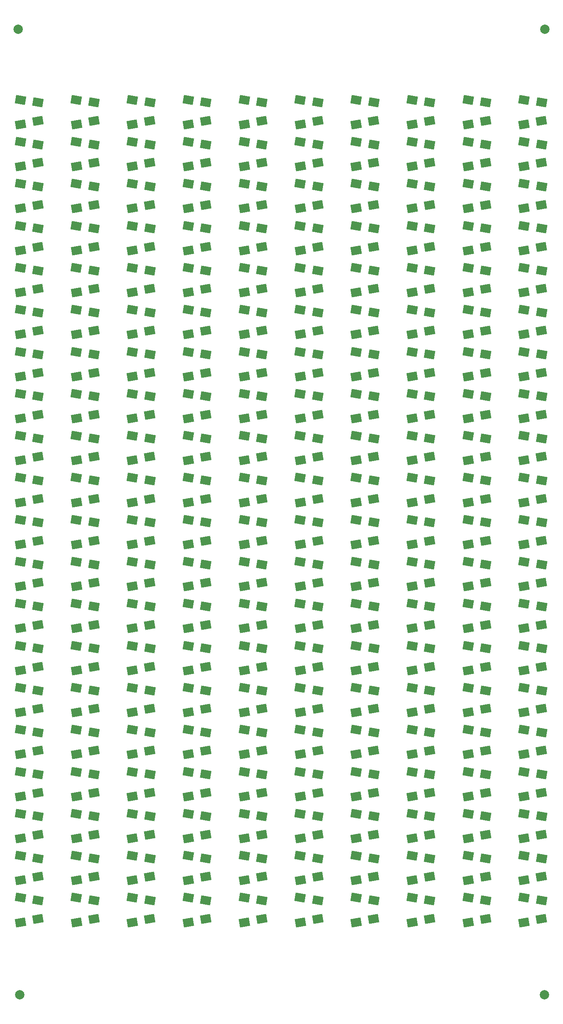
<source format=gtp>
G04*
G04 #@! TF.GenerationSoftware,Altium Limited,Altium Designer,18.1.7 (191)*
G04*
G04 Layer_Color=8421504*
%FSLAX44Y44*%
%MOMM*%
G71*
G01*
G75*
G04:AMPARAMS|DCode=11|XSize=2.2mm|YSize=1.8mm|CornerRadius=0mm|HoleSize=0mm|Usage=FLASHONLY|Rotation=10.000|XOffset=0mm|YOffset=0mm|HoleType=Round|Shape=Rectangle|*
%AMROTATEDRECTD11*
4,1,4,-0.9270,-1.0773,-1.2396,0.6953,0.9270,1.0773,1.2396,-0.6953,-0.9270,-1.0773,0.0*
%
%ADD11ROTATEDRECTD11*%

G04:AMPARAMS|DCode=12|XSize=2.2mm|YSize=1.8mm|CornerRadius=0mm|HoleSize=0mm|Usage=FLASHONLY|Rotation=170.000|XOffset=0mm|YOffset=0mm|HoleType=Round|Shape=Rectangle|*
%AMROTATEDRECTD12*
4,1,4,1.2396,0.6953,0.9270,-1.0773,-1.2396,-0.6953,-0.9270,1.0773,1.2396,0.6953,0.0*
%
%ADD12ROTATEDRECTD12*%

%ADD17C,2.0000*%
D11*
X1131462Y1525716D02*
D03*
X1168711Y1533299D02*
D03*
X1131462Y1615716D02*
D03*
X1168711Y1623299D02*
D03*
X1131462Y1705716D02*
D03*
X1168711Y1713299D02*
D03*
X1131462Y1885716D02*
D03*
X1168711Y1893299D02*
D03*
X1131462Y1795716D02*
D03*
X1168711Y1803299D02*
D03*
Y1353299D02*
D03*
X1131462Y1345716D02*
D03*
X1168711Y1443299D02*
D03*
X1131462Y1435716D02*
D03*
X1168711Y723299D02*
D03*
X1131462Y715716D02*
D03*
X1168711Y543299D02*
D03*
X1131462Y535716D02*
D03*
X1168711Y453299D02*
D03*
X1131462Y445716D02*
D03*
X1168711Y363299D02*
D03*
X1131462Y355716D02*
D03*
X1168711Y273299D02*
D03*
X1131462Y265716D02*
D03*
X1168711Y183299D02*
D03*
X1131462Y175716D02*
D03*
X1168711Y633299D02*
D03*
X1131462Y625716D02*
D03*
X1168711Y813299D02*
D03*
X1131462Y805716D02*
D03*
X1168711Y903299D02*
D03*
X1131462Y895716D02*
D03*
X1168711Y993299D02*
D03*
X1131462Y985716D02*
D03*
X1168711Y1263299D02*
D03*
X1131462Y1255716D02*
D03*
X1168711Y1173299D02*
D03*
X1131462Y1165716D02*
D03*
X1168711Y1083299D02*
D03*
X1131462Y1075716D02*
D03*
X1011462Y1525716D02*
D03*
X1048711Y1533299D02*
D03*
X1011462Y1615716D02*
D03*
X1048711Y1623299D02*
D03*
X1011462Y1705716D02*
D03*
X1048711Y1713299D02*
D03*
X1011462Y1885716D02*
D03*
X1048711Y1893299D02*
D03*
X1011462Y1795716D02*
D03*
X1048711Y1803299D02*
D03*
Y1353299D02*
D03*
X1011462Y1345716D02*
D03*
X1048711Y1443299D02*
D03*
X1011462Y1435716D02*
D03*
X1048711Y723299D02*
D03*
X1011462Y715716D02*
D03*
X1048711Y543299D02*
D03*
X1011462Y535716D02*
D03*
X1048711Y453299D02*
D03*
X1011462Y445716D02*
D03*
X1048711Y363299D02*
D03*
X1011462Y355716D02*
D03*
X1048711Y273299D02*
D03*
X1011462Y265716D02*
D03*
X1048711Y183299D02*
D03*
X1011462Y175716D02*
D03*
X1048711Y633299D02*
D03*
X1011462Y625716D02*
D03*
X1048711Y813299D02*
D03*
X1011462Y805716D02*
D03*
X1048711Y903299D02*
D03*
X1011462Y895716D02*
D03*
X1048711Y993299D02*
D03*
X1011462Y985716D02*
D03*
X1048711Y1263299D02*
D03*
X1011462Y1255716D02*
D03*
X1048711Y1173299D02*
D03*
X1011462Y1165716D02*
D03*
X1048711Y1083299D02*
D03*
X1011462Y1075716D02*
D03*
X891462Y1525716D02*
D03*
X928711Y1533299D02*
D03*
X891462Y1615716D02*
D03*
X928711Y1623299D02*
D03*
X891462Y1705716D02*
D03*
X928711Y1713299D02*
D03*
X891462Y1885716D02*
D03*
X928711Y1893299D02*
D03*
X891462Y1795716D02*
D03*
X928711Y1803299D02*
D03*
Y1353299D02*
D03*
X891462Y1345716D02*
D03*
X928711Y1443299D02*
D03*
X891462Y1435716D02*
D03*
X928711Y723299D02*
D03*
X891462Y715716D02*
D03*
X928711Y543299D02*
D03*
X891462Y535716D02*
D03*
X928711Y453299D02*
D03*
X891462Y445716D02*
D03*
X928711Y363299D02*
D03*
X891462Y355716D02*
D03*
X928711Y273299D02*
D03*
X891462Y265716D02*
D03*
X928711Y183299D02*
D03*
X891462Y175716D02*
D03*
X928711Y633299D02*
D03*
X891462Y625716D02*
D03*
X928711Y813299D02*
D03*
X891462Y805716D02*
D03*
X928711Y903299D02*
D03*
X891462Y895716D02*
D03*
X928711Y993299D02*
D03*
X891462Y985716D02*
D03*
X928711Y1263299D02*
D03*
X891462Y1255716D02*
D03*
X928711Y1173299D02*
D03*
X891462Y1165716D02*
D03*
X928711Y1083299D02*
D03*
X891462Y1075716D02*
D03*
X771462Y1525716D02*
D03*
X808711Y1533299D02*
D03*
X771462Y1615716D02*
D03*
X808711Y1623299D02*
D03*
X771462Y1705716D02*
D03*
X808711Y1713299D02*
D03*
X771462Y1885716D02*
D03*
X808711Y1893299D02*
D03*
X771462Y1795716D02*
D03*
X808711Y1803299D02*
D03*
Y1353299D02*
D03*
X771462Y1345716D02*
D03*
X808711Y1443299D02*
D03*
X771462Y1435716D02*
D03*
X808711Y723299D02*
D03*
X771462Y715716D02*
D03*
X808711Y543299D02*
D03*
X771462Y535716D02*
D03*
X808711Y453299D02*
D03*
X771462Y445716D02*
D03*
X808711Y363299D02*
D03*
X771462Y355716D02*
D03*
X808711Y273299D02*
D03*
X771462Y265716D02*
D03*
X808711Y183299D02*
D03*
X771462Y175716D02*
D03*
X808711Y633299D02*
D03*
X771462Y625716D02*
D03*
X808711Y813299D02*
D03*
X771462Y805716D02*
D03*
X808711Y903299D02*
D03*
X771462Y895716D02*
D03*
X808711Y993299D02*
D03*
X771462Y985716D02*
D03*
X808711Y1263299D02*
D03*
X771462Y1255716D02*
D03*
X808711Y1173299D02*
D03*
X771462Y1165716D02*
D03*
X808711Y1083299D02*
D03*
X771462Y1075716D02*
D03*
X651462Y1525716D02*
D03*
X688711Y1533299D02*
D03*
X651462Y1615716D02*
D03*
X688711Y1623299D02*
D03*
X651462Y1705716D02*
D03*
X688711Y1713299D02*
D03*
X651462Y1885716D02*
D03*
X688711Y1893299D02*
D03*
X651462Y1795716D02*
D03*
X688711Y1803299D02*
D03*
Y1353299D02*
D03*
X651462Y1345716D02*
D03*
X688711Y1443299D02*
D03*
X651462Y1435716D02*
D03*
X688711Y723299D02*
D03*
X651462Y715716D02*
D03*
X688711Y543299D02*
D03*
X651462Y535716D02*
D03*
X688711Y453299D02*
D03*
X651462Y445716D02*
D03*
X688711Y363299D02*
D03*
X651462Y355716D02*
D03*
X688711Y273299D02*
D03*
X651462Y265716D02*
D03*
X688711Y183299D02*
D03*
X651462Y175716D02*
D03*
X688711Y633299D02*
D03*
X651462Y625716D02*
D03*
X688711Y813299D02*
D03*
X651462Y805716D02*
D03*
X688711Y903299D02*
D03*
X651462Y895716D02*
D03*
X688711Y993299D02*
D03*
X651462Y985716D02*
D03*
X688711Y1263299D02*
D03*
X651462Y1255716D02*
D03*
X688711Y1173299D02*
D03*
X651462Y1165716D02*
D03*
X688711Y1083299D02*
D03*
X651462Y1075716D02*
D03*
X531462Y1525716D02*
D03*
X568711Y1533299D02*
D03*
X531462Y1615716D02*
D03*
X568711Y1623299D02*
D03*
X531462Y1705716D02*
D03*
X568711Y1713299D02*
D03*
X531462Y1885716D02*
D03*
X568711Y1893299D02*
D03*
X531462Y1795716D02*
D03*
X568711Y1803299D02*
D03*
Y1353299D02*
D03*
X531462Y1345716D02*
D03*
X568711Y1443299D02*
D03*
X531462Y1435716D02*
D03*
X568711Y723299D02*
D03*
X531462Y715716D02*
D03*
X568711Y543299D02*
D03*
X531462Y535716D02*
D03*
X568711Y453299D02*
D03*
X531462Y445716D02*
D03*
X568711Y363299D02*
D03*
X531462Y355716D02*
D03*
X568711Y273299D02*
D03*
X531462Y265716D02*
D03*
X568711Y183299D02*
D03*
X531462Y175716D02*
D03*
X568711Y633299D02*
D03*
X531462Y625716D02*
D03*
X568711Y813299D02*
D03*
X531462Y805716D02*
D03*
X568711Y903299D02*
D03*
X531462Y895716D02*
D03*
X568711Y993299D02*
D03*
X531462Y985716D02*
D03*
X568711Y1263299D02*
D03*
X531462Y1255716D02*
D03*
X568711Y1173299D02*
D03*
X531462Y1165716D02*
D03*
X568711Y1083299D02*
D03*
X531462Y1075716D02*
D03*
X411462Y1525716D02*
D03*
X448711Y1533299D02*
D03*
X411462Y1615716D02*
D03*
X448711Y1623299D02*
D03*
X411462Y1705716D02*
D03*
X448711Y1713299D02*
D03*
X411462Y1885716D02*
D03*
X448711Y1893299D02*
D03*
X411462Y1795716D02*
D03*
X448711Y1803299D02*
D03*
Y1353299D02*
D03*
X411462Y1345716D02*
D03*
X448711Y1443299D02*
D03*
X411462Y1435716D02*
D03*
X448711Y723299D02*
D03*
X411462Y715716D02*
D03*
X448711Y543299D02*
D03*
X411462Y535716D02*
D03*
X448711Y453299D02*
D03*
X411462Y445716D02*
D03*
X448711Y363299D02*
D03*
X411462Y355716D02*
D03*
X448711Y273299D02*
D03*
X411462Y265716D02*
D03*
X448711Y183299D02*
D03*
X411462Y175716D02*
D03*
X448711Y633299D02*
D03*
X411462Y625716D02*
D03*
X448711Y813299D02*
D03*
X411462Y805716D02*
D03*
X448711Y903299D02*
D03*
X411462Y895716D02*
D03*
X448711Y993299D02*
D03*
X411462Y985716D02*
D03*
X448711Y1263299D02*
D03*
X411462Y1255716D02*
D03*
X448711Y1173299D02*
D03*
X411462Y1165716D02*
D03*
X448711Y1083299D02*
D03*
X411462Y1075716D02*
D03*
X291462Y1525716D02*
D03*
X328712Y1533299D02*
D03*
X291462Y1615716D02*
D03*
X328712Y1623299D02*
D03*
X291462Y1705716D02*
D03*
X328712Y1713299D02*
D03*
X291462Y1885716D02*
D03*
X328712Y1893299D02*
D03*
X291462Y1795716D02*
D03*
X328712Y1803299D02*
D03*
Y1353299D02*
D03*
X291462Y1345716D02*
D03*
X328712Y1443299D02*
D03*
X291462Y1435716D02*
D03*
X328712Y723299D02*
D03*
X291462Y715716D02*
D03*
X328712Y543299D02*
D03*
X291462Y535716D02*
D03*
X328712Y453299D02*
D03*
X291462Y445716D02*
D03*
X328712Y363299D02*
D03*
X291462Y355716D02*
D03*
X328712Y273299D02*
D03*
X291462Y265716D02*
D03*
X328712Y183299D02*
D03*
X291462Y175716D02*
D03*
X328712Y633299D02*
D03*
X291462Y625716D02*
D03*
X328712Y813299D02*
D03*
X291462Y805716D02*
D03*
X328712Y903299D02*
D03*
X291462Y895716D02*
D03*
X328712Y993299D02*
D03*
X291462Y985716D02*
D03*
X328712Y1263299D02*
D03*
X291462Y1255716D02*
D03*
X328712Y1173299D02*
D03*
X291462Y1165716D02*
D03*
X328712Y1083299D02*
D03*
X291462Y1075716D02*
D03*
X171462Y1525716D02*
D03*
X208711Y1533299D02*
D03*
X171462Y1615716D02*
D03*
X208711Y1623299D02*
D03*
X171462Y1705716D02*
D03*
X208711Y1713299D02*
D03*
X171462Y1885716D02*
D03*
X208711Y1893299D02*
D03*
X171462Y1795716D02*
D03*
X208711Y1803299D02*
D03*
Y1353299D02*
D03*
X171462Y1345716D02*
D03*
X208711Y1443299D02*
D03*
X171462Y1435716D02*
D03*
X208711Y723299D02*
D03*
X171462Y715716D02*
D03*
X208711Y543299D02*
D03*
X171462Y535716D02*
D03*
X208711Y453299D02*
D03*
X171462Y445716D02*
D03*
X208711Y363299D02*
D03*
X171462Y355716D02*
D03*
X208711Y273299D02*
D03*
X171462Y265716D02*
D03*
X208711Y183299D02*
D03*
X171462Y175716D02*
D03*
X208711Y633299D02*
D03*
X171462Y625716D02*
D03*
X208711Y813299D02*
D03*
X171462Y805716D02*
D03*
X208711Y903299D02*
D03*
X171462Y895716D02*
D03*
X208711Y993299D02*
D03*
X171462Y985716D02*
D03*
X208711Y1263299D02*
D03*
X171462Y1255716D02*
D03*
X208711Y1173299D02*
D03*
X171462Y1165716D02*
D03*
X208711Y1083299D02*
D03*
X171462Y1075716D02*
D03*
X51462Y1525716D02*
D03*
X88712Y1533299D02*
D03*
X51462Y1615716D02*
D03*
X88712Y1623299D02*
D03*
X51462Y1705716D02*
D03*
X88712Y1713299D02*
D03*
X51462Y1885716D02*
D03*
X88712Y1893299D02*
D03*
X51462Y1795716D02*
D03*
X88712Y1803299D02*
D03*
Y1353299D02*
D03*
X51462Y1345716D02*
D03*
X88712Y1443299D02*
D03*
X51462Y1435716D02*
D03*
X88712Y723299D02*
D03*
X51462Y715716D02*
D03*
X88712Y543299D02*
D03*
X51462Y535716D02*
D03*
X88712Y453299D02*
D03*
X51462Y445716D02*
D03*
X88712Y363299D02*
D03*
X51462Y355716D02*
D03*
X88712Y273299D02*
D03*
X51462Y265716D02*
D03*
X88712Y183299D02*
D03*
X51462Y175716D02*
D03*
X88712Y633299D02*
D03*
X51462Y625716D02*
D03*
X88712Y813299D02*
D03*
X51462Y805716D02*
D03*
X88712Y903299D02*
D03*
X51462Y895716D02*
D03*
X88712Y993299D02*
D03*
X51462Y985716D02*
D03*
X88712Y1263299D02*
D03*
X51462Y1255716D02*
D03*
X88712Y1173299D02*
D03*
X51462Y1165716D02*
D03*
X88712Y1083299D02*
D03*
X51462Y1075716D02*
D03*
D12*
X1168885Y1572686D02*
D03*
X1131289Y1578299D02*
D03*
X1168885Y1662686D02*
D03*
X1131289Y1668299D02*
D03*
X1168885Y1932686D02*
D03*
X1131289Y1938299D02*
D03*
X1168885Y1842686D02*
D03*
X1131289Y1848299D02*
D03*
X1168885Y1752686D02*
D03*
X1131289Y1758299D02*
D03*
Y1308299D02*
D03*
X1168885Y1302686D02*
D03*
X1131289Y1398299D02*
D03*
X1168885Y1392686D02*
D03*
X1131289Y1488299D02*
D03*
X1168885Y1482686D02*
D03*
X1131289Y588299D02*
D03*
X1168885Y582686D02*
D03*
X1131289Y498299D02*
D03*
X1168885Y492686D02*
D03*
X1131289Y408299D02*
D03*
X1168885Y402686D02*
D03*
X1131289Y318299D02*
D03*
X1168885Y312686D02*
D03*
X1131289Y228299D02*
D03*
X1168885Y222686D02*
D03*
X1131289Y678299D02*
D03*
X1168885Y672685D02*
D03*
X1131289Y768299D02*
D03*
X1168885Y762685D02*
D03*
X1131289Y858299D02*
D03*
X1168885Y852685D02*
D03*
X1131289Y948299D02*
D03*
X1168885Y942685D02*
D03*
X1131289Y1038299D02*
D03*
X1168885Y1032685D02*
D03*
X1131289Y1218299D02*
D03*
X1168885Y1212685D02*
D03*
X1131289Y1128299D02*
D03*
X1168885Y1122685D02*
D03*
X1048885Y1572686D02*
D03*
X1011289Y1578299D02*
D03*
X1048885Y1662686D02*
D03*
X1011289Y1668299D02*
D03*
X1048885Y1932686D02*
D03*
X1011289Y1938299D02*
D03*
X1048885Y1842686D02*
D03*
X1011289Y1848299D02*
D03*
X1048885Y1752686D02*
D03*
X1011289Y1758299D02*
D03*
Y1308299D02*
D03*
X1048885Y1302686D02*
D03*
X1011289Y1398299D02*
D03*
X1048885Y1392686D02*
D03*
X1011289Y1488299D02*
D03*
X1048885Y1482686D02*
D03*
X1011289Y588299D02*
D03*
X1048885Y582686D02*
D03*
X1011289Y498299D02*
D03*
X1048885Y492686D02*
D03*
X1011289Y408299D02*
D03*
X1048885Y402686D02*
D03*
X1011289Y318299D02*
D03*
X1048885Y312686D02*
D03*
X1011289Y228299D02*
D03*
X1048885Y222686D02*
D03*
X1011289Y678299D02*
D03*
X1048885Y672685D02*
D03*
X1011289Y768299D02*
D03*
X1048885Y762685D02*
D03*
X1011289Y858299D02*
D03*
X1048885Y852685D02*
D03*
X1011289Y948299D02*
D03*
X1048885Y942685D02*
D03*
X1011289Y1038299D02*
D03*
X1048885Y1032685D02*
D03*
X1011289Y1218299D02*
D03*
X1048885Y1212685D02*
D03*
X1011289Y1128299D02*
D03*
X1048885Y1122685D02*
D03*
X928885Y1572686D02*
D03*
X891289Y1578299D02*
D03*
X928885Y1662686D02*
D03*
X891289Y1668299D02*
D03*
X928885Y1932686D02*
D03*
X891289Y1938299D02*
D03*
X928885Y1842686D02*
D03*
X891289Y1848299D02*
D03*
X928885Y1752686D02*
D03*
X891289Y1758299D02*
D03*
Y1308299D02*
D03*
X928885Y1302686D02*
D03*
X891289Y1398299D02*
D03*
X928885Y1392686D02*
D03*
X891289Y1488299D02*
D03*
X928885Y1482686D02*
D03*
X891289Y588299D02*
D03*
X928885Y582686D02*
D03*
X891289Y498299D02*
D03*
X928885Y492686D02*
D03*
X891289Y408299D02*
D03*
X928885Y402686D02*
D03*
X891289Y318299D02*
D03*
X928885Y312686D02*
D03*
X891289Y228299D02*
D03*
X928885Y222686D02*
D03*
X891289Y678299D02*
D03*
X928885Y672685D02*
D03*
X891289Y768299D02*
D03*
X928885Y762685D02*
D03*
X891289Y858299D02*
D03*
X928885Y852685D02*
D03*
X891289Y948299D02*
D03*
X928885Y942685D02*
D03*
X891289Y1038299D02*
D03*
X928885Y1032685D02*
D03*
X891289Y1218299D02*
D03*
X928885Y1212685D02*
D03*
X891289Y1128299D02*
D03*
X928885Y1122685D02*
D03*
X808885Y1572686D02*
D03*
X771289Y1578299D02*
D03*
X808885Y1662686D02*
D03*
X771289Y1668299D02*
D03*
X808885Y1932686D02*
D03*
X771289Y1938299D02*
D03*
X808885Y1842686D02*
D03*
X771289Y1848299D02*
D03*
X808885Y1752686D02*
D03*
X771289Y1758299D02*
D03*
Y1308299D02*
D03*
X808885Y1302686D02*
D03*
X771289Y1398299D02*
D03*
X808885Y1392686D02*
D03*
X771289Y1488299D02*
D03*
X808885Y1482686D02*
D03*
X771289Y588299D02*
D03*
X808885Y582686D02*
D03*
X771289Y498299D02*
D03*
X808885Y492686D02*
D03*
X771289Y408299D02*
D03*
X808885Y402686D02*
D03*
X771289Y318299D02*
D03*
X808885Y312686D02*
D03*
X771289Y228299D02*
D03*
X808885Y222686D02*
D03*
X771289Y678299D02*
D03*
X808885Y672685D02*
D03*
X771289Y768299D02*
D03*
X808885Y762685D02*
D03*
X771289Y858299D02*
D03*
X808885Y852685D02*
D03*
X771289Y948299D02*
D03*
X808885Y942685D02*
D03*
X771289Y1038299D02*
D03*
X808885Y1032685D02*
D03*
X771289Y1218299D02*
D03*
X808885Y1212685D02*
D03*
X771289Y1128299D02*
D03*
X808885Y1122685D02*
D03*
X688885Y1572686D02*
D03*
X651289Y1578299D02*
D03*
X688885Y1662686D02*
D03*
X651289Y1668299D02*
D03*
X688885Y1932686D02*
D03*
X651289Y1938299D02*
D03*
X688885Y1842686D02*
D03*
X651289Y1848299D02*
D03*
X688885Y1752686D02*
D03*
X651289Y1758299D02*
D03*
Y1308299D02*
D03*
X688885Y1302686D02*
D03*
X651289Y1398299D02*
D03*
X688885Y1392686D02*
D03*
X651289Y1488299D02*
D03*
X688885Y1482686D02*
D03*
X651289Y588299D02*
D03*
X688885Y582686D02*
D03*
X651289Y498299D02*
D03*
X688885Y492686D02*
D03*
X651289Y408299D02*
D03*
X688885Y402686D02*
D03*
X651289Y318299D02*
D03*
X688885Y312686D02*
D03*
X651289Y228299D02*
D03*
X688885Y222686D02*
D03*
X651289Y678299D02*
D03*
X688885Y672685D02*
D03*
X651289Y768299D02*
D03*
X688885Y762685D02*
D03*
X651289Y858299D02*
D03*
X688885Y852685D02*
D03*
X651289Y948299D02*
D03*
X688885Y942685D02*
D03*
X651289Y1038299D02*
D03*
X688885Y1032685D02*
D03*
X651289Y1218299D02*
D03*
X688885Y1212685D02*
D03*
X651289Y1128299D02*
D03*
X688885Y1122685D02*
D03*
X568885Y1572686D02*
D03*
X531289Y1578299D02*
D03*
X568885Y1662686D02*
D03*
X531289Y1668299D02*
D03*
X568885Y1932686D02*
D03*
X531289Y1938299D02*
D03*
X568885Y1842686D02*
D03*
X531289Y1848299D02*
D03*
X568885Y1752686D02*
D03*
X531289Y1758299D02*
D03*
Y1308299D02*
D03*
X568885Y1302686D02*
D03*
X531289Y1398299D02*
D03*
X568885Y1392686D02*
D03*
X531289Y1488299D02*
D03*
X568885Y1482686D02*
D03*
X531289Y588299D02*
D03*
X568885Y582686D02*
D03*
X531289Y498299D02*
D03*
X568885Y492686D02*
D03*
X531289Y408299D02*
D03*
X568885Y402686D02*
D03*
X531289Y318299D02*
D03*
X568885Y312686D02*
D03*
X531289Y228299D02*
D03*
X568885Y222686D02*
D03*
X531289Y678299D02*
D03*
X568885Y672685D02*
D03*
X531289Y768299D02*
D03*
X568885Y762685D02*
D03*
X531289Y858299D02*
D03*
X568885Y852685D02*
D03*
X531289Y948299D02*
D03*
X568885Y942685D02*
D03*
X531289Y1038299D02*
D03*
X568885Y1032685D02*
D03*
X531289Y1218299D02*
D03*
X568885Y1212685D02*
D03*
X531289Y1128299D02*
D03*
X568885Y1122685D02*
D03*
X448885Y1572686D02*
D03*
X411289Y1578299D02*
D03*
X448885Y1662686D02*
D03*
X411289Y1668299D02*
D03*
X448885Y1932686D02*
D03*
X411289Y1938299D02*
D03*
X448885Y1842686D02*
D03*
X411289Y1848299D02*
D03*
X448885Y1752686D02*
D03*
X411289Y1758299D02*
D03*
Y1308299D02*
D03*
X448885Y1302686D02*
D03*
X411289Y1398299D02*
D03*
X448885Y1392686D02*
D03*
X411289Y1488299D02*
D03*
X448885Y1482686D02*
D03*
X411289Y588299D02*
D03*
X448885Y582686D02*
D03*
X411289Y498299D02*
D03*
X448885Y492686D02*
D03*
X411289Y408299D02*
D03*
X448885Y402686D02*
D03*
X411289Y318299D02*
D03*
X448885Y312686D02*
D03*
X411289Y228299D02*
D03*
X448885Y222686D02*
D03*
X411289Y678299D02*
D03*
X448885Y672685D02*
D03*
X411289Y768299D02*
D03*
X448885Y762685D02*
D03*
X411289Y858299D02*
D03*
X448885Y852685D02*
D03*
X411289Y948299D02*
D03*
X448885Y942685D02*
D03*
X411289Y1038299D02*
D03*
X448885Y1032685D02*
D03*
X411289Y1218299D02*
D03*
X448885Y1212685D02*
D03*
X411289Y1128299D02*
D03*
X448885Y1122685D02*
D03*
X328885Y1572686D02*
D03*
X291289Y1578299D02*
D03*
X328885Y1662686D02*
D03*
X291289Y1668299D02*
D03*
X328885Y1932686D02*
D03*
X291289Y1938299D02*
D03*
X328885Y1842686D02*
D03*
X291289Y1848299D02*
D03*
X328885Y1752686D02*
D03*
X291289Y1758299D02*
D03*
Y1308299D02*
D03*
X328885Y1302686D02*
D03*
X291289Y1398299D02*
D03*
X328885Y1392686D02*
D03*
X291289Y1488299D02*
D03*
X328885Y1482686D02*
D03*
X291289Y588299D02*
D03*
X328885Y582686D02*
D03*
X291289Y498299D02*
D03*
X328885Y492686D02*
D03*
X291289Y408299D02*
D03*
X328885Y402686D02*
D03*
X291289Y318299D02*
D03*
X328885Y312686D02*
D03*
X291289Y228299D02*
D03*
X328885Y222686D02*
D03*
X291289Y678299D02*
D03*
X328885Y672685D02*
D03*
X291289Y768299D02*
D03*
X328885Y762685D02*
D03*
X291289Y858299D02*
D03*
X328885Y852685D02*
D03*
X291289Y948299D02*
D03*
X328885Y942685D02*
D03*
X291289Y1038299D02*
D03*
X328885Y1032685D02*
D03*
X291289Y1218299D02*
D03*
X328885Y1212685D02*
D03*
X291289Y1128299D02*
D03*
X328885Y1122685D02*
D03*
X208885Y1572686D02*
D03*
X171289Y1578299D02*
D03*
X208885Y1662686D02*
D03*
X171289Y1668299D02*
D03*
X208885Y1932686D02*
D03*
X171289Y1938299D02*
D03*
X208885Y1842686D02*
D03*
X171289Y1848299D02*
D03*
X208885Y1752686D02*
D03*
X171289Y1758299D02*
D03*
Y1308299D02*
D03*
X208885Y1302686D02*
D03*
X171289Y1398299D02*
D03*
X208885Y1392686D02*
D03*
X171289Y1488299D02*
D03*
X208885Y1482686D02*
D03*
X171289Y588299D02*
D03*
X208885Y582686D02*
D03*
X171289Y498299D02*
D03*
X208885Y492686D02*
D03*
X171289Y408299D02*
D03*
X208885Y402686D02*
D03*
X171289Y318299D02*
D03*
X208885Y312686D02*
D03*
X171289Y228299D02*
D03*
X208885Y222686D02*
D03*
X171289Y678299D02*
D03*
X208885Y672685D02*
D03*
X171289Y768299D02*
D03*
X208885Y762685D02*
D03*
X171289Y858299D02*
D03*
X208885Y852685D02*
D03*
X171289Y948299D02*
D03*
X208885Y942685D02*
D03*
X171289Y1038299D02*
D03*
X208885Y1032685D02*
D03*
X171289Y1218299D02*
D03*
X208885Y1212685D02*
D03*
X171289Y1128299D02*
D03*
X208885Y1122685D02*
D03*
X88885Y1572686D02*
D03*
X51289Y1578299D02*
D03*
X88885Y1662686D02*
D03*
X51289Y1668299D02*
D03*
X88885Y1932686D02*
D03*
X51289Y1938299D02*
D03*
X88885Y1842686D02*
D03*
X51289Y1848299D02*
D03*
X88885Y1752686D02*
D03*
X51289Y1758299D02*
D03*
Y1308299D02*
D03*
X88885Y1302686D02*
D03*
X51289Y1398299D02*
D03*
X88885Y1392686D02*
D03*
X51289Y1488299D02*
D03*
X88885Y1482686D02*
D03*
X51289Y588299D02*
D03*
X88885Y582686D02*
D03*
X51289Y498299D02*
D03*
X88885Y492686D02*
D03*
X51289Y408299D02*
D03*
X88885Y402686D02*
D03*
X51289Y318299D02*
D03*
X88885Y312686D02*
D03*
X51289Y228299D02*
D03*
X88885Y222686D02*
D03*
X51289Y678299D02*
D03*
X88885Y672685D02*
D03*
X51289Y768299D02*
D03*
X88885Y762685D02*
D03*
X51289Y858299D02*
D03*
X88885Y852685D02*
D03*
X51289Y948299D02*
D03*
X88885Y942685D02*
D03*
X51289Y1038299D02*
D03*
X88885Y1032685D02*
D03*
X51289Y1218299D02*
D03*
X88885Y1212685D02*
D03*
X51289Y1128299D02*
D03*
X88885Y1122685D02*
D03*
D17*
X1176270Y2090000D02*
D03*
X46270D02*
D03*
X50000Y20000D02*
D03*
X1175000D02*
D03*
M02*

</source>
